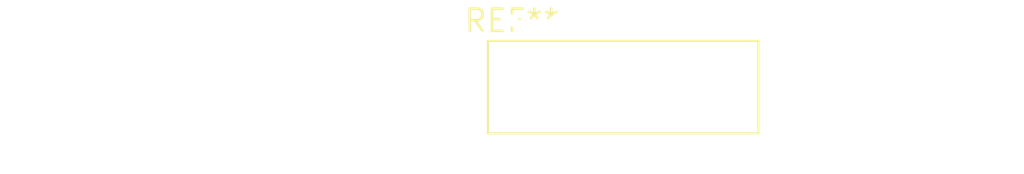
<source format=kicad_pcb>
(kicad_pcb (version 20240108) (generator pcbnew)
  (layers (0 "F.Cu" signal) (31 "B.Cu" signal) (34 "B.Paste" user) (35 "F.Paste" user) (36 "B.SilkS" user "B.Silkscreen") (37 "F.SilkS" user "F.Silkscreen") (38 "B.Mask" user) (39 "F.Mask" user) (44 "Edge.Cuts" user))
  (net 0 "")
  (footprint "Samtec_HLE-106-02-xx-DV-PE_2x06_P2.54mm_Horizontal" (layer "F.Cu") (at 0 0)
    (property "Reference" "REF**")
    (property "Value" "Samtec_HLE-106-02-xx-DV-PE_2x06_P2.54mm_Horizontal")
    (fp_line (start -1.38 1.16) (end 14.08 1.16) (layer "F.SilkS") (stroke (width 0.12)))
    (fp_line (start -1.38 6.46) (end -1.38 1.16) (layer "F.SilkS") (stroke (width 0.12)))
    (fp_line (start 14.08 1.16) (end 14.08 6.46) (layer "F.SilkS") (stroke (width 0.12)))
    (fp_line (start 14.08 6.46) (end -1.38 6.46) (layer "F.SilkS") (stroke (width 0.12)))
    (pad "" np_thru_hole circle (at 0 2.54) (size 1.4 1.4) (drill 1.4) (layers *.Cu *.Mask))
    (pad "" np_thru_hole circle (at 0 5.08) (size 1.4 1.4) (drill 1.4) (layers *.Cu *.Mask))
    (pad "" np_thru_hole circle (at 2.54 2.54) (size 1.4 1.4) (drill 1.4) (layers *.Cu *.Mask))
    (pad "" np_thru_hole circle (at 2.54 5.08) (size 1.4 1.4) (drill 1.4) (layers *.Cu *.Mask))
    (pad "" np_thru_hole circle (at 5.08 2.54) (size 1.4 1.4) (drill 1.4) (layers *.Cu *.Mask))
    (pad "" np_thru_hole circle (at 5.08 5.08) (size 1.4 1.4) (drill 1.4) (layers *.Cu *.Mask))
    (pad "" np_thru_hole circle (at 7.62 2.54) (size 1.4 1.4) (drill 1.4) (layers *.Cu *.Mask))
    (pad "" np_thru_hole circle (at 7.62 5.08) (size 1.4 1.4) (drill 1.4) (layers *.Cu *.Mask))
    (pad "" np_thru_hole circle (at 10.16 2.54) (size 1.4 1.4) (drill 1.4) (layers *.Cu *.Mask))
    (pad "" np_thru_hole circle (at 10.16 5.08) (size 1.4 1.4) (drill 1.4) (layers *.Cu *.Mask))
    (pad "" np_thru_hole circle (at 12.7 2.54) (size 1.4 1.4) (drill 1.4) (layers *.Cu *.Mask))
    (pad "" np_thru_hole circle (at 12.7 5.08) (size 1.4 1.4) (drill 1.4) (layers *.Cu *.Mask))
    (pad "1" thru_hole roundrect (at 0 0) (size 1.31 1.31) (drill 0.71) (layers *.Cu *.Mask) (remove_unused_layers) (roundrect_rratio 0.19084))
    (pad "2" thru_hole circle (at 0 7.62) (size 1.31 1.31) (drill 0.71) (layers *.Cu *.Mask) (remove_unused_layers))
    (pad "3" thru_hole circle (at 2.54 0) (size 1.31 1.31) (drill 0.71) (layers *.Cu *.Mask) (remove_unused_layers))
    (pad "4" thru_hole circle (at 2.54 7.62) (size 1.31 1.31) (drill 0.71) (layers *.Cu *.Mask) (remove_unused_layers))
    (pad "5" thru_hole circle (at 5.08 0) (size 1.31 1.31) (drill 0.71) (layers *.Cu *.Mask) (remove_unused_layers))
    (pad "6" thru_hole circle (at 5.08 7.62) (size 1.31 1.31) (drill 0.71) (layers *.Cu *.Mask) (remove_unused_layers))
    (pad "7" thru_hole circle (at 7.62 0) (size 1.31 1.31) (drill 0.71) (layers *.Cu *.Mask) (remove_unused_layers))
    (pad "8" thru_hole circle (at 7.62 7.62) (size 1.31 1.31) (drill 0.71) (layers *.Cu *.Mask) (remove_unused_layers))
    (pad "9" thru_hole circle (at 10.16 0) (size 1.31 1.31) (drill 0.71) (layers *.Cu *.Mask) (remove_unused_layers))
    (pad "10" thru_hole circle (at 10.16 7.62) (size 1.31 1.31) (drill 0.71) (layers *.Cu *.Mask) (remove_unused_layers))
    (pad "11" thru_hole circle (at 12.7 0) (size 1.31 1.31) (drill 0.71) (layers *.Cu *.Mask) (remove_unused_layers))
    (pad "12" thru_hole circle (at 12.7 7.62) (size 1.31 1.31) (drill 0.71) (layers *.Cu *.Mask) (remove_unused_layers))
  )
)
</source>
